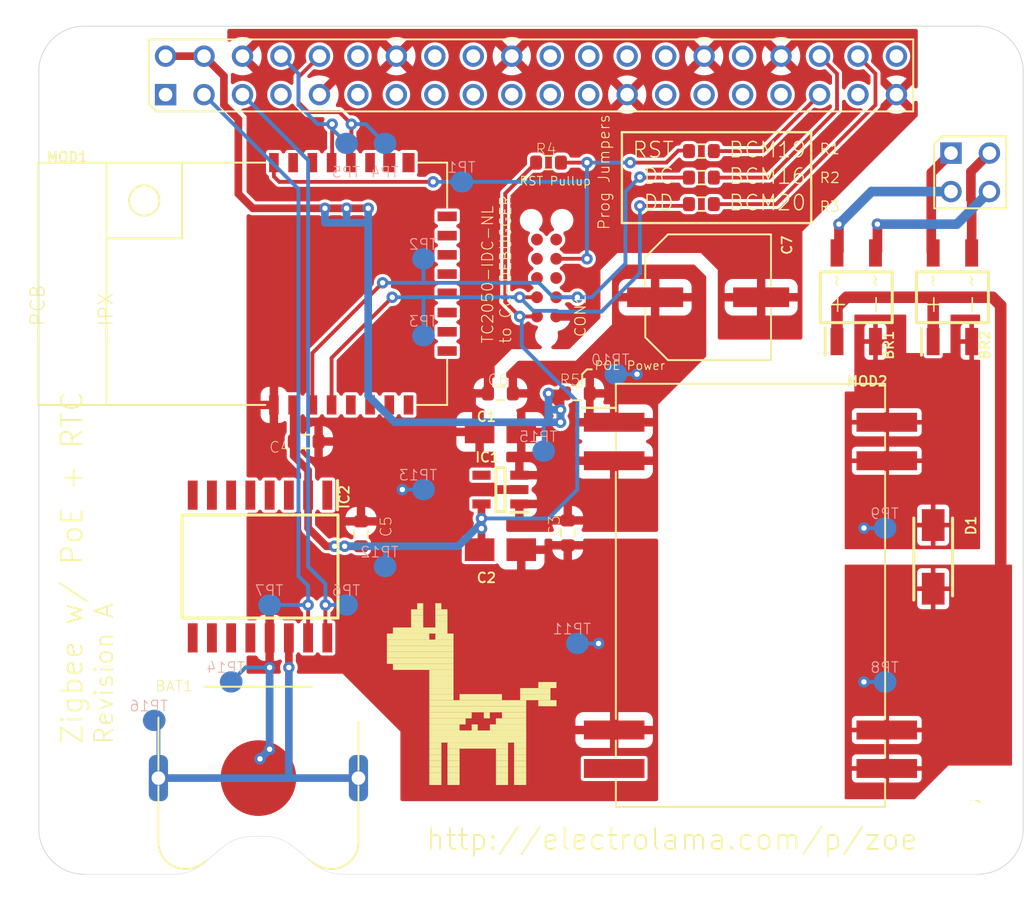
<source format=kicad_pcb>
(kicad_pcb (version 20211014) (generator pcbnew)
  (layers (0 "F.Cu" signal) (31 "B.Cu" signal) (34 "B.Paste" user) (35 "F.Paste" user) (36 "B.SilkS" user "B.Silkscreen") (37 "F.SilkS" user "F.Silkscreen") (38 "B.Mask" user) (39 "F.Mask" user) (44 "Edge.Cuts" user))
  (net 0 "")
  (net 1 "GND")
  (net 2 "VIN+")
  (net 3 "VIN-")
  (net 4 "VB1")
  (net 5 "VB2")
  (net 6 "VA1")
  (net 7 "VA2")
  (net 8 "PI_5V")
  (net 9 "PI_3V3")
  (net 10 "PI_SDA")
  (net 11 "PI_SCL")
  (net 12 "PI_TX")
  (net 13 "PI_RX")
  (net 14 "GP19")
  (net 15 "GP16")
  (net 16 "GP20")
  (net 17 "N$1")
  (net 18 "+VDC")
  (net 19 "VCC")
  (net 20 "CC_RST")
  (net 21 "CC_DC")
  (net 22 "CC_DD")
  (footprint "boardEagle:_PKG_C_0603" (layer "F.Cu") (at 150.9261 110.4611 -90)
    (fp_text reference "C3")
    (fp_text value "")
  )
  (footprint "boardEagle:EBYTE-E18-MS1PA1" (layer "F.Cu") (at 129.4631 94.0146 -90)
    (fp_text reference "MOD1")
    (fp_text value "")
  )
  (footprint "boardEagle:_PKG_C_0603" (layer "F.Cu") (at 159.7511 85.2536)
    (fp_text reference "R1" hide)
    (fp_text value "")
  )
  (footprint "boardEagle:TC2050-IDC-NL" (layer "F.Cu") (at 149.5291 97.4436 90)
    (fp_text reference "CON1")
    (fp_text value "" hide)
  )
  (footprint "boardEagle:_PKG_C_0603" (layer "F.Cu") (at 133.6541 104.4286)
    (fp_text reference "C4")
    (fp_text value "")
  )
  (footprint "boardEagle:SOIC127P1032X265-16N" (layer "F.Cu") (at 130.6061 112.6836 -90)
    (fp_text reference "IC2")
    (fp_text value "DS3231SN#")
  )
  (footprint "boardEagle:SOT95P280X145-5N" (layer "F.Cu") (at 146.4811 107.6036 180)
    (fp_text reference "IC1")
    (fp_text value "LDO-TLV70333DBVR")
  )
  (footprint "boardEagle:_PKG_C_0603" (layer "F.Cu") (at 146.4811 101.2536 180)
    (fp_text reference "C6")
    (fp_text value "")
  )
  (footprint "boardEagle:SILVERTEL_AG9800M" (layer "F.Cu") (at 162.9911 114.5886 -90)
    (fp_text reference "MOD2")
    (fp_text value "")
  )
  (footprint "boardEagle:_PKG_C_0603" (layer "F.Cu") (at 159.7511 87.0036 180)
    (fp_text reference "R2" hide)
    (fp_text value "")
  )
  (footprint "boardEagle:_CAP_ELCO_D8_L10.5" (layer "F.Cu") (at 160.1971 94.9036 180)
    (fp_text reference "C7")
    (fp_text value "")
  )
  (footprint "boardEagle:_PKG_C_0603" (layer "F.Cu") (at 149.6561 86.0136 180)
    (fp_text reference "R4")
    (fp_text value "")
  )
  (footprint "boardEagle:KEYSTONE_3001" (layer "F.Cu") (at 130.5011 126.6536 180)
    (fp_text reference "BAT1")
    (fp_text value "")
  )
  (footprint "boardEagle:RPI-HAT-FULL" (layer "F.Cu") (at 116.0011 133.0036)
    (fp_text reference "MOD3")
    (fp_text value "RPI-HAT-FULL")
  )
  (footprint "boardEagle:SOP254P665X270-4N" (layer "F.Cu") (at 169.9761 94.9036 90)
    (fp_text reference "BR1")
    (fp_text value "DIODE-RECTIFIER-MB6S")
  )
  (footprint "boardEagle:SOP254P665X270-4N" (layer "F.Cu") (at 176.3261 94.9036 90)
    (fp_text reference "BR2")
    (fp_text value "DIODE-RECTIFIER-MB6S")
  )
  (footprint "boardEagle:ELECTROLAMA" (layer "F.Cu") (at 145.0011 122.5511)
    (fp_text reference "U$1" hide)
    (fp_text value "LOGO-ELECTROLAMA" hide)
  )
  (footprint "boardEagle:DIOM5126X250N" (layer "F.Cu") (at 175.0561 112.0486 90)
    (fp_text reference "D1")
    (fp_text value "DIODE-TVS-SMAJ58CA")
  )
  (footprint "boardEagle:_PKG_C_0603" (layer "F.Cu") (at 151.5611 101.2536)
    (fp_text reference "R5")
    (fp_text value "")
  )
  (footprint "boardEagle:_PKG_C_0603" (layer "F.Cu") (at 137.2736 110.5246 90)
    (fp_text reference "C5")
    (fp_text value "")
  )
  (footprint "boardEagle:_CAP_TANT_A_3216-18R" (layer "F.Cu") (at 146.4811 111.57235 180)
    (fp_text reference "C2")
    (fp_text value "")
  )
  (footprint "boardEagle:_PKG_C_0603" (layer "F.Cu") (at 159.7511 88.7536 180)
    (fp_text reference "R3" hide)
    (fp_text value "")
  )
  (footprint "boardEagle:_CAP_TANT_A_3216-18R" (layer "F.Cu") (at 146.4811 103.7936)
    (fp_text reference "C1")
    (fp_text value "")
  )
  (footprint "boardEagle:TP" (layer "B.Cu") (at 149.3386 105.0636 180)
    (fp_text reference "TP15")
    (fp_text value "TP" hide)
  )
  (footprint "boardEagle:TP" (layer "B.Cu") (at 171.8811 110.1436 180)
    (fp_text reference "TP9")
    (fp_text value "TP" hide)
  )
  (footprint "boardEagle:TP" (layer "B.Cu") (at 123.6211 122.8436 180)
    (fp_text reference "TP16")
    (fp_text value "TP" hide)
  )
  (footprint "boardEagle:TP" (layer "B.Cu") (at 138.8611 112.6836 180)
    (fp_text reference "TP12")
    (fp_text value "TP" hide)
  )
  (footprint "boardEagle:TP" (layer "B.Cu") (at 131.2411 115.2236 180)
    (fp_text reference "TP7")
    (fp_text value "TP" hide)
  )
  (footprint "boardEagle:TP" (layer "B.Cu") (at 143.9411 87.2836 180)
    (fp_text reference "TP1")
    (fp_text value "TP" hide)
  )
  (footprint "boardEagle:TP" (layer "B.Cu") (at 151.5611 117.7636 180)
    (fp_text reference "TP11")
    (fp_text value "TP" hide)
  )
  (footprint "boardEagle:TP" (layer "B.Cu") (at 171.8811 120.3036 180)
    (fp_text reference "TP8")
    (fp_text value "TP" hide)
  )
  (footprint "boardEagle:TP" (layer "B.Cu") (at 138.8611 84.7436 180)
    (fp_text reference "TP4")
    (fp_text value "TP" hide)
  )
  (footprint "boardEagle:TP" (layer "B.Cu") (at 141.4011 97.4436 180)
    (fp_text reference "TP3")
    (fp_text value "TP" hide)
  )
  (footprint "boardEagle:TP" (layer "B.Cu") (at 136.3211 84.7436 180)
    (fp_text reference "TP5")
    (fp_text value "TP" hide)
  )
  (footprint "boardEagle:TP" (layer "B.Cu") (at 154.1011 99.9836 180)
    (fp_text reference "TP10")
    (fp_text value "TP" hide)
  )
  (footprint "boardEagle:TP" (layer "B.Cu") (at 128.7011 120.3036 180)
    (fp_text reference "TP14")
    (fp_text value "TP" hide)
  )
  (footprint "boardEagle:TP" (layer "B.Cu") (at 136.3211 115.2236 180)
    (fp_text reference "TP6")
    (fp_text value "TP" hide)
  )
  (footprint "boardEagle:TP" (layer "B.Cu") (at 141.4011 107.6036 180)
    (fp_text reference "TP13")
    (fp_text value "TP" hide)
  )
  (footprint "boardEagle:TP" (layer "B.Cu") (at 141.4011 92.3636 180)
    (fp_text reference "TP2")
    (fp_text value "TP" hide)
  )
  (gr_line (start 151.8786 100.6186) (end 151.8786 99.9836) (layer "F.SilkS") (width 0.127))
  (gr_line (start 154.1011 102.2061) (end 151.8786 102.2061) (layer "F.SilkS") (width 0.1524))
  (gr_line (start 167.0011 90.0036) (end 167.0011 84.0036) (layer "F.SilkS") (width 0.1524))
  (gr_line (start 151.8786 99.9836) (end 152.1961 99.6661) (layer "F.SilkS") (width 0.127))
  (gr_line (start 154.5011 84.0036) (end 154.5011 90.0036) (layer "F.SilkS") (width 0.1524))
  (gr_line (start 167.0011 84.0036) (end 154.5011 84.0036) (layer "F.SilkS") (width 0.1524))
  (gr_line (start 154.5011 90.0036) (end 167.0011 90.0036) (layer "F.SilkS") (width 0.1524))
  (gr_line (start 152.1961 99.6661) (end 152.5136 99.6661) (layer "F.SilkS") (width 0.127))
  (gr_line (start 181.0011 130.0036) (end 181.0011 80.0036) (layer "Edge.Cuts") (width 0.05))
  (gr_arc (start 136.08725 133.0036) (mid 135.065974 132.824416) (end 134.166696 132.308266) (layer "Edge.Cuts") (width 0.0254))
  (gr_line (start 178.0011 77.0036) (end 119.0011 77.0036) (layer "Edge.Cuts") (width 0.05))
  (gr_arc (start 116.0011 80.0036) (mid 116.87978 77.88228) (end 119.0011 77.0036) (layer "Edge.Cuts") (width 0.05))
  (gr_arc (start 126.835503 132.308266) (mid 125.936226 132.824416) (end 124.91495 133.003601) (layer "Edge.Cuts") (width 0.0254))
  (gr_line (start 178.0011 133.0036) (end 136.08725 133.0036) (layer "Edge.Cuts") (width 0.0254))
  (gr_line (start 116.0011 80.0036) (end 116.0011 130.0036) (layer "Edge.Cuts") (width 0.05))
  (gr_line (start 130.91495 130.5036) (end 130.08725 130.5036) (layer "Edge.Cuts") (width 0.0254))
  (gr_arc (start 130.91495 130.503599) (mid 131.936226 130.682785) (end 132.835503 131.198938) (layer "Edge.Cuts") (width 0.0254))
  (gr_arc (start 181.0011 130.0036) (mid 180.12242 132.12492) (end 178.0011 133.0036) (layer "Edge.Cuts") (width 0.05))
  (gr_arc (start 119.0011 133.0036) (mid 116.87978 132.12492) (end 116.0011 130.0036) (layer "Edge.Cuts") (width 0.05))
  (gr_line (start 134.166696 132.308266) (end 132.835503 131.198938) (layer "Edge.Cuts") (width 0.0254))
  (gr_arc (start 128.166696 131.198937) (mid 129.065974 130.682785) (end 130.08725 130.5036) (layer "Edge.Cuts") (width 0.0254))
  (gr_line (start 128.166696 131.198938) (end 126.835503 132.308266) (layer "Edge.Cuts") (width 0.0254))
  (gr_line (start 124.91495 133.0036) (end 119.0011 133.0036) (layer "Edge.Cuts") (width 0.0254))
  (gr_arc (start 178.0011 77.0036) (mid 180.12242 77.88228) (end 181.0011 80.0036) (layer "Edge.Cuts") (width 0.05))
  (gr_text "DD" (at 158.0011 89.2536) (layer "F.SilkS") (effects (font (size 1.012 1.012) (thickness 0.088)) (justify right bottom)))
  (gr_text "TC2050-IDC-NL\nto CC-DEBUGGER" (at 147.2511 98.0036 90) (layer "F.SilkS") (effects (font (size 0.736 0.736) (thickness 0.064)) (justify left bottom)))
  (gr_text "BCM16" (at 161.5011 87.5036) (layer "F.SilkS") (effects (font (size 1.012 1.012) (thickness 0.088)) (justify left bottom)))
  (gr_text "http://electrolama.com/p/zoe" (at 141.5011 131.5036) (layer "F.SilkS") (effects (font (size 1.38 1.38) (thickness 0.12)) (justify left bottom)))
  (gr_text "Revision A" (at 121.0011 124.5036 90) (layer "F.SilkS") (effects (font (size 1.196 1.196) (thickness 0.104)) (justify left bottom)))
  (gr_text "R1" (at 167.5111 85.5136) (layer "F.SilkS") (effects (font (size 0.6858 0.6858) (thickness 0.0762)) (justify left bottom)))
  (gr_text "Zigbee w/ PoE + RTC" (at 119.0011 124.5036 90) (layer "F.SilkS") (effects (font (size 1.38 1.38) (thickness 0.12)) (justify left bottom)))
  (gr_text "Prog Jumpers" (at 153.7511 90.5036 90) (layer "F.SilkS") (effects (font (size 0.736 0.736) (thickness 0.064)) (justify left bottom)))
  (gr_text "RST" (at 158.0011 85.7536) (layer "F.SilkS") (effects (font (size 1.012 1.012) (thickness 0.088)) (justify right bottom)))
  (gr_text "DC" (at 158.0011 87.5036) (layer "F.SilkS") (effects (font (size 1.012 1.012) (thickness 0.088)) (justify right bottom)))
  (gr_text "BCM19" (at 161.5011 85.7536) (layer "F.SilkS") (effects (font (size 1.012 1.012) (thickness 0.088)) (justify left bottom)))
  (gr_text "BCM20" (at 161.5011 89.2536) (layer "F.SilkS") (effects (font (size 1.012 1.012) (thickness 0.088)) (justify left bottom)))
  (gr_text "RST Pullup" (at 147.7061 87.5686) (layer "F.SilkS") (effects (font (size 0.5715 0.5715) (thickness 0.0635)) (justify left bottom)))
  (gr_text "R2" (at 167.5111 87.4186) (layer "F.SilkS") (effects (font (size 0.6858 0.6858) (thickness 0.0762)) (justify left bottom)))
  (gr_text "R3" (at 167.5111 89.3236) (layer "F.SilkS") (effects (font (size 0.6858 0.6858) (thickness 0.0762)) (justify left bottom)))
  (gr_text "POE Power" (at 152.6591 99.7479) (layer "F.SilkS") (effects (font (size 0.5715 0.5715) (thickness 0.0635)) (justify left bottom)))
  (segment (start 145.6611 101.2536) (end 144.8936 101.2536) (width 0.254) (layer "F.Cu") (net 1))
  (segment (start 150.1641 96.1736) (end 150.9261 96.1736) (width 0.508) (layer "F.Cu") (net 1))
  (segment (start 130.6061 125.3836) (end 130.6061 126.5486) (width 0.508) (layer "F.Cu") (net 1))
  (segment (start 130.6061 125.3836) (end 131.2411 124.7486) (width 0.508) (layer "F.Cu") (net 1))
  (segment (start 130.5011 125.4886) (end 130.6061 125.3836) (width 0.508) (layer "F.Cu") (net 1))
  (segment (start 144.73485 103.42235) (end 145.1061 103.7936) (width 0.254) (layer "F.Cu") (net 1))
  (segment (start 131.2411 117.3956) (end 131.2411 119.3511) (width 0.508) (layer "F.Cu") (net 1))
  (segment (start 130.6061 126.5486) (end 130.5011 126.6536) (width 0.508) (layer "F.Cu") (net 1))
  (segment (start 150.9261 96.1736) (end 150.9261 96.01485) (width 0.508) (layer "F.Cu") (net 1))
  (segment (start 147.7311 107.6036) (end 145.2111 107.6036) (width 0.5842) (layer "F.Cu") (net 1))
  (segment (start 130.5011 126.6536) (end 130.5011 125.4886) (width 0.508) (layer "F.Cu") (net 1))
  (segment (start 144.73485 101.09485) (end 144.73485 103.42235) (width 0.254) (layer "F.Cu") (net 1))
  (segment (start 144.8936 101.2536) (end 144.73485 101.09485) (width 0.254) (layer "F.Cu") (net 1))
  (via (at 130.6061 125.3836) (size 0.7564) (drill 0.35) (layers "F.Cu" "B.Cu") (net 1))
  (via (at 152.9581 117.7636) (size 0.7564) (drill 0.35) (layers "F.Cu" "B.Cu") (net 1))
  (via (at 131.2411 119.3511) (size 0.7564) (drill 0.35) (layers "F.Cu" "B.Cu") (net 1))
  (via (at 131.2411 124.7486) (size 0.7564) (drill 0.35) (layers "F.Cu" "B.Cu") (net 1))
  (via (at 140.0041 107.6036) (size 0.7564) (drill 0.35) (layers "F.Cu" "B.Cu") (net 1))
  (segment (start 141.4011 107.6036) (end 140.0041 107.6036) (width 0.254) (layer "B.Cu") (net 1))
  (segment (start 151.5611 117.7636) (end 152.9581 117.7636) (width 0.254) (layer "B.Cu") (net 1))
  (segment (start 128.7011 120.3036) (end 129.6536 119.3511) (width 0.254) (layer "B.Cu") (net 1))
  (segment (start 131.2411 124.7486) (end 130.6061 125.3836) (width 0.508) (layer "B.Cu") (net 1))
  (segment (start 129.6536 119.3511) (end 131.2411 119.3511) (width 0.254) (layer "B.Cu") (net 1))
  (segment (start 131.2411 119.3511) (end 131.2411 124.7486) (width 0.508) (layer "B.Cu") (net 1))
  (segment (start 175.0561 94.9036) (end 178.9691 94.9036) (width 0.762) (layer "F.Cu") (net 2))
  (segment (start 168.7061 95.5386) (end 169.3411 94.9036) (width 0.762) (layer "F.Cu") (net 2))
  (segment (start 175.0561 97.8286) (end 175.0561 94.9036) (width 0.762) (layer "F.Cu") (net 2))
  (segment (start 169.3411 94.9036) (end 175.0561 94.9036) (width 0.762) (layer "F.Cu") (net 2))
  (segment (start 179.5152 114.257) (end 179.5011 114.2711) (width 0.762) (layer "F.Cu") (net 2))
  (segment (start 168.7061 97.8286) (end 168.7061 95.5386) (width 0.762) (layer "F.Cu") (net 2))
  (segment (start 178.9691 94.9036) (end 179.5152 95.4497) (width 0.762) (layer "F.Cu") (net 2))
  (segment (start 179.5152 95.4497) (end 179.5152 114.257) (width 0.762) (layer "F.Cu") (net 2))
  (via (at 170.4841 120.3036) (size 0.7564) (drill 0.35) (layers "F.Cu" "B.Cu") (net 2))
  (segment (start 171.8811 120.3036) (end 170.4841 120.3036) (width 0.254) (layer "B.Cu") (net 2))
  (via (at 170.4841 110.1436) (size 0.7564) (drill 0.35) (layers "F.Cu" "B.Cu") (net 3))
  (segment (start 171.8811 110.1436) (end 170.4841 110.1436) (width 0.254) (layer "B.Cu") (net 3))
  (segment (start 171.3731 91.8516) (end 171.2461 91.9786) (width 0.635) (layer "F.Cu") (net 4))
  (segment (start 171.3731 90.0776) (end 171.3731 91.8516) (width 0.635) (layer "F.Cu") (net 4))
  (via (at 171.3731 90.0776) (size 0.7564) (drill 0.35) (layers "F.Cu" "B.Cu") (net 4))
  (segment (start 178.77085 87.92495) (end 176.6182 90.0776) (width 0.635) (layer "B.Cu") (net 4))
  (segment (start 176.6182 90.0776) (end 171.3731 90.0776) (width 0.635) (layer "B.Cu") (net 4))
  (segment (start 168.8331 91.8516) (end 168.7061 91.9786) (width 0.635) (layer "F.Cu") (net 5))
  (segment (start 168.8331 90.0776) (end 168.8331 91.8516) (width 0.635) (layer "F.Cu") (net 5))
  (via (at 168.8331 90.0776) (size 0.7564) (drill 0.35) (layers "F.Cu" "B.Cu") (net 5))
  (segment (start 176.23085 87.92495) (end 170.98575 87.92495) (width 0.635) (layer "B.Cu") (net 5))
  (segment (start 170.98575 87.92495) (end 168.8331 90.0776) (width 0.635) (layer "B.Cu") (net 5))
  (segment (start 177.54615 86.60965) (end 178.77085 85.38495) (width 0.635) (layer "F.Cu") (net 6))
  (segment (start 177.54615 88.432238) (end 177.54615 86.60965) (width 0.635) (layer "F.Cu") (net 6))
  (segment (start 177.5961 91.9786) (end 177.5961 88.482188) (width 0.635) (layer "F.Cu") (net 6))
  (segment (start 177.5961 88.482188) (end 177.54615 88.432238) (width 0.635) (layer "F.Cu") (net 6))
  (segment (start 176.23085 85.38495) (end 174.9291 86.6867) (width 0.635) (layer "F.Cu") (net 7))
  (segment (start 174.9291 86.6867) (end 174.9291 91.8516) (width 0.635) (layer "F.Cu") (net 7))
  (segment (start 174.9291 91.8516) (end 175.0561 91.9786) (width 0.635) (layer "F.Cu") (net 7))
  (segment (start 149.6561 101.2536) (end 150.44985 102.04735) (width 0.508) (layer "F.Cu") (net 8))
  (segment (start 129.17735 83.1561) (end 129.17735 88.07735) (width 0.508) (layer "F.Cu") (net 8))
  (segment (start 128.22485 82.2036) (end 129.17735 83.1561) (width 0.508) (layer "F.Cu") (net 8))
  (segment (start 130.12985 89.02985) (end 134.89235 89.02985) (width 0.508) (layer "F.Cu") (net 8))
  (segment (start 150.44985 102.04735) (end 150.44985 102.3331) (width 0.508) (layer "F.Cu") (net 8))
  (segment (start 150.44985 101.5711) (end 150.44985 102.3331) (width 0.508) (layer "F.Cu") (net 8))
  (segment (start 126.9104 78.98415) (end 128.22485 80.2986) (width 0.508) (layer "F.Cu") (net 8))
  (segment (start 150.7411 101.2536) (end 150.7411 101.27985) (width 0.508) (layer "F.Cu") (net 8))
  (segment (start 137.74985 89.02985) (end 136.3211 89.02985) (width 0.508) (layer "F.Cu") (net 8))
  (segment (start 150.7411 101.2536) (end 149.6561 101.2536) (width 0.508) (layer "F.Cu") (net 8))
  (segment (start 150.44985 103.1586) (end 150.44985 102.3331) (width 0.508) (layer "F.Cu") (net 8))
  (segment (start 150.7411 101.27985) (end 150.44985 101.5711) (width 0.508) (layer "F.Cu") (net 8))
  (segment (start 129.17735 88.07735) (end 130.12985 89.02985) (width 0.508) (layer "F.Cu") (net 8))
  (segment (start 136.3211 89.02985) (end 134.89235 89.02985) (width 0.508) (layer "F.Cu") (net 8))
  (segment (start 128.22485 80.2986) (end 128.22485 82.2036) (width 0.508) (layer "F.Cu") (net 8))
  (segment (start 124.3704 78.98415) (end 126.9104 78.98415) (width 0.508) (layer "F.Cu") (net 8))
  (via (at 134.89235 89.02985) (size 0.7564) (drill 0.35) (layers "F.Cu" "B.Cu") (net 8))
  (via (at 149.6561 101.2536) (size 0.7564) (drill 0.35) (layers "F.Cu" "B.Cu") (net 8))
  (via (at 137.74985 89.02985) (size 0.7564) (drill 0.35) (layers "F.Cu" "B.Cu") (net 8))
  (via (at 150.44985 102.3331) (size 0.7564) (drill 0.35) (layers "F.Cu" "B.Cu") (net 8))
  (via (at 150.44985 103.1586) (size 0.7564) (drill 0.35) (layers "F.Cu" "B.Cu") (net 8))
  (via (at 136.3211 89.02985) (size 0.7564) (drill 0.35) (layers "F.Cu" "B.Cu") (net 8))
  (segment (start 150.44985 103.1586) (end 150.44985 102.3331) (width 0.508) (layer "B.Cu") (net 8))
  (segment (start 149.6561 102.36485) (end 149.6561 103.1586) (width 0.508) (layer "B.Cu") (net 8))
  (segment (start 139.4961 103.1586) (end 149.3386 103.1586) (width 0.508) (layer "B.Cu") (net 8))
  (segment (start 149.6561 101.2536) (end 149.6561 102.36485) (width 0.508) (layer "B.Cu") (net 8))
  (segment (start 149.3386 105.0636) (end 149.3386 103.1586) (width 0.254) (layer "B.Cu") (net 8))
  (segment (start 134.89235 89.98235) (end 134.89235 89.02985) (width 0.508) (layer "B.Cu") (net 8))
  (segment (start 149.68785 102.3331) (end 150.44985 102.3331) (width 0.508) (layer "B.Cu") (net 8))
  (segment (start 136.3211 89.98235) (end 134.89235 89.98235) (width 0.508) (layer "B.Cu") (net 8))
  (segment (start 137.74985 101.41235) (end 139.4961 103.1586) (width 0.508) (layer "B.Cu") (net 8))
  (segment (start 149.6561 102.36485) (end 149.68785 102.3331) (width 0.508) (layer "B.Cu") (net 8))
  (segment (start 137.74985 89.98235) (end 136.3211 89.98235) (width 0.508) (layer "B.Cu") (net 8))
  (segment (start 137.74985 101.41235) (end 137.74985 89.98235) (width 0.508) (layer "B.Cu") (net 8))
  (segment (start 136.3211 89.02985) (end 136.3211 89.98235) (width 0.508) (layer "B.Cu") (net 8))
  (segment (start 137.74985 89.02985) (end 137.74985 89.98235) (width 0.508) (layer "B.Cu") (net 8))
  (segment (start 149.6561 103.1586) (end 150.44985 103.1586) (width 0.508) (layer "B.Cu") (net 8))
  (segment (start 149.3386 103.1586) (end 149.6561 103.1586) (width 0.508) (layer "B.Cu") (net 8))
  (segment (start 133.7811 117.3956) (end 133.7811 115.2236) (width 0.254) (layer "F.Cu") (net 10))
  (via (at 133.7811 115.2236) (size 0.7564) (drill 0.35) (layers "F.Cu" "B.Cu") (net 10))
  (segment (start 133.1461 87.75985) (end 126.9104 81.52415) (width 0.254) (layer "B.Cu") (net 10))
  (segment (start 133.7811 113.9536) (end 133.1461 113.3186) (width 0.254) (layer "B.Cu") (net 10))
  (segment (start 133.7811 115.2236) (end 133.7811 113.9536) (width 0.254) (layer "B.Cu") (net 10))
  (segment (start 133.1461 113.3186) (end 133.1461 87.75985) (width 0.254) (layer "B.Cu") (net 10))
  (segment (start 131.2411 115.2236) (end 133.7811 115.2236) (width 0.254) (layer "B.Cu") (net 10))
  (segment (start 134.9241 115.2236) (end 134.9241 117.2686) (width 0.254) (layer "F.Cu") (net 11))
  (segment (start 135.0511 117.3956) (end 134.9241 117.2686) (width 0.254) (layer "F.Cu") (net 11))
  (via (at 134.9241 115.2236) (size 0.7564) (drill 0.35) (layers "F.Cu" "B.Cu") (net 11))
  (segment (start 134.9241 113.8266) (end 133.7811 112.6836) (width 0.254) (layer "B.Cu") (net 11))
  (segment (start 133.7811 85.85485) (end 129.4504 81.52415) (width 0.254) (layer "B.Cu") (net 11))
  (segment (start 133.7811 112.6836) (end 133.7811 85.85485) (width 0.254) (layer "B.Cu") (net 11))
  (segment (start 136.3211 115.2236) (end 134.9241 115.2236) (width 0.254) (layer "B.Cu") (net 11))
  (segment (start 134.9241 115.2236) (end 134.9241 113.8266) (width 0.254) (layer "B.Cu") (net 11))
  (segment (start 135.3686 83.4736) (end 135.3686 85.9791) (width 0.254) (layer "F.Cu") (net 12))
  (segment (start 135.3686 85.9791) (end 135.3331 86.0146) (width 0.254) (layer "F.Cu") (net 12))
  (via (at 135.3686 83.4736) (size 0.7564) (drill 0.35) (layers "F.Cu" "B.Cu") (net 12))
  (segment (start 133.1461 82.2036) (end 134.4161 83.4736) (width 0.254) (layer "B.Cu") (net 12))
  (segment (start 135.3686 83.7911) (end 135.3686 83.4736) (width 0.254) (layer "B.Cu") (net 12))
  (segment (start 134.4161 83.4736) (end 135.3686 83.4736) (width 0.254) (layer "B.Cu") (net 12))
  (segment (start 133.1461 80.13985) (end 133.1461 82.2036) (width 0.254) (layer "B.Cu") (net 12))
  (segment (start 136.3211 84.7436) (end 135.3686 83.7911) (width 0.254) (layer "B.Cu") (net 12))
  (segment (start 131.9904 78.98415) (end 133.1461 80.13985) (width 0.254) (layer "B.Cu") (net 12))
  (segment (start 133.7811 82.67985) (end 135.84485 82.67985) (width 0.254) (layer "F.Cu") (net 13))
  (segment (start 135.84485 82.67985) (end 136.6386 83.4736) (width 0.254) (layer "F.Cu") (net 13))
  (segment (start 133.1461 82.04485) (end 133.7811 82.67985) (width 0.254) (layer "F.Cu") (net 13))
  (segment (start 133.1461 80.36845) (end 133.1461 82.04485) (width 0.254) (layer "F.Cu") (net 13))
  (segment (start 136.6386 85.9791) (end 136.6386 83.4736) (width 0.254) (layer "F.Cu") (net 13))
  (segment (start 134.5304 78.98415) (end 133.1461 80.36845) (width 0.254) (layer "F.Cu") (net 13))
  (segment (start 136.6386 85.9791) (end 136.6031 86.0146) (width 0.254) (layer "F.Cu") (net 13))
  (via (at 136.6386 83.4736) (size 0.7564) (drill 0.35) (layers "F.Cu" "B.Cu") (net 13))
  (segment (start 137.5911 83.4736) (end 138.8611 84.7436) (width 0.254) (layer "B.Cu") (net 13))
  (segment (start 136.6386 83.4736) (end 137.5911 83.4736) (width 0.254) (layer "B.Cu") (net 13))
  (segment (start 160.5711 85.2536) (end 163.82095 85.2536) (width 0.254) (layer "F.Cu") (net 14))
  (segment (start 163.82095 85.2536) (end 167.5504 81.52415) (width 0.254) (layer "F.Cu") (net 14))
  (segment (start 168.7061 80.13985) (end 167.5504 78.98415) (width 0.254) (layer "F.Cu") (net 15))
  (segment (start 164.2236 87.0036) (end 168.7061 82.5211) (width 0.254) (layer "F.Cu") (net 15))
  (segment (start 168.7061 82.5211) (end 168.7061 80.13985) (width 0.254) (layer "F.Cu") (net 15))
  (segment (start 160.5711 87.0036) (end 164.2236 87.0036) (width 0.254) (layer "F.Cu") (net 15))
  (segment (start 164.6961 88.7536) (end 171.2461 82.2036) (width 0.254) (layer "F.Cu") (net 16))
  (segment (start 171.2461 82.2036) (end 171.2461 80.13985) (width 0.254) (layer "F.Cu") (net 16))
  (segment (start 160.5711 88.7536) (end 164.6961 88.7536) (width 0.254) (layer "F.Cu") (net 16))
  (segment (start 171.2461 80.13985) (end 170.0904 78.98415) (width 0.254) (layer "F.Cu") (net 16))
  (segment (start 132.5111 117.3956) (end 132.5111 119.3511) (width 0.508) (layer "F.Cu") (net 17))
  (via (at 132.5111 119.3511) (size 0.7564) (drill 0.35) (layers "F.Cu" "B.Cu") (net 17))
  (segment (start 123.8971 126.6536) (end 132.5111 126.6536) (width 0.508) (layer "B.Cu") (net 17))
  (segment (start 123.8971 123.1196) (end 123.6211 122.8436) (width 0.254) (layer "B.Cu") (net 17))
  (segment (start 137.1051 126.6536) (end 132.5111 126.6536) (width 0.508) (layer "B.Cu") (net 17))
  (segment (start 123.8971 126.6536) (end 123.8971 123.1196) (width 0.254) (layer "B.Cu") (net 17))
  (segment (start 132.5111 119.3511) (end 132.5111 126.6536) (width 0.508) (layer "B.Cu") (net 17))
  (segment (start 152.5136 103.4761) (end 153.6736 103.4761) (width 0.508) (layer "F.Cu") (net 18))
  (segment (start 152.1961 103.1586) (end 152.5136 103.4761) (width 0.508) (layer "F.Cu") (net 18))
  (segment (start 152.3811 101.2536) (end 152.3811 102.9736) (width 0.508) (layer "F.Cu") (net 18))
  (segment (start 152.3811 102.9736) (end 152.1961 103.1586) (width 0.508) (layer "F.Cu") (net 18))
  (segment (start 153.6736 103.4761) (end 153.9911 103.1586) (width 0.508) (layer "F.Cu") (net 18))
  (via (at 155.4981 99.9836) (size 0.7564) (drill 0.35) (layers "F.Cu" "B.Cu") (net 18))
  (segment (start 154.1011 99.9836) (end 155.4981 99.9836) (width 0.254) (layer "B.Cu") (net 18))
  (segment (start 132.8341 104.4286) (end 132.8286 104.4231) (width 0.508) (layer "F.Cu") (net 19))
  (segment (start 133.7811 110.1436) (end 133.7811 107.9716) (width 0.508) (layer "F.Cu") (net 19))
  (segment (start 135.52735 111.3446) (end 136.1941 111.3446) (width 0.508) (layer "F.Cu") (net 19))
  (segment (start 133.7811 107.9716) (end 133.7811 106.3336) (width 0.508) (layer "F.Cu") (net 19))
  (segment (start 133.7811 110.1436) (end 134.9821 111.3446) (width 0.508) (layer "F.Cu") (net 19))
  (segment (start 132.8286 102.0501) (end 132.7931 102.0146) (width 0.508) (layer "F.Cu") (net 19))
  (segment (start 132.8286 104.4231) (end 132.8286 102.0501) (width 0.508) (layer "F.Cu") (net 19))
  (segment (start 145.2311 108.5536) (end 145.2311 109.5086) (width 0.508) (layer "F.Cu") (net 19))
  (segment (start 146.7986 95.2211) (end 147.7511 96.1736) (width 0.254) (layer "F.Cu") (net 19))
  (segment (start 133.7811 106.3336) (end 132.8286 105.3811) (width 0.508) (layer "F.Cu") (net 19))
  (segment (start 145.2311 109.5086) (end 145.2311 110.17535) (width 0.508) (layer "F.Cu") (net 19))
  (segment (start 148.8361 86.0136) (end 146.7986 88.0511) (width 0.254) (layer "F.Cu") (net 19))
  (segment (start 134.9821 111.3446) (end 135.52735 111.3446) (width 0.508) (layer "F.Cu") (net 19))
  (segment (start 145.2311 110.17535) (end 145.2311 111.44735) (width 0.508) (layer "F.Cu") (net 19))
  (segment (start 137.2736 111.3446) (end 136.1941 111.3446) (width 0.508) (layer "F.Cu") (net 19))
  (segment (start 146.7986 88.0511) (end 146.7986 95.2211) (width 0.254) (layer "F.Cu") (net 19))
  (segment (start 145.2311 111.44735) (end 145.1061 111.57235) (width 0.508) (layer "F.Cu") (net 19))
  (segment (start 148.8941 96.1736) (end 147.7511 96.1736) (width 0.254) (layer "F.Cu") (net 19))
  (segment (start 132.8286 105.3811) (end 132.8286 104.4231) (width 0.508) (layer "F.Cu") (net 19))
  (via (at 147.7511 96.1736) (size 0.7564) (drill 0.35) (layers "F.Cu" "B.Cu") (net 19))
  (via (at 145.2311 110.17535) (size 0.7564) (drill 0.35) (layers "F.Cu" "B.Cu") (net 19))
  (via (at 136.1941 111.3446) (size 0.7564) (drill 0.35) (layers "F.Cu" "B.Cu") (net 19))
  (via (at 135.52735 111.3446) (size 0.7564) (drill 0.35) (layers "F.Cu" "B.Cu") (net 19))
  (via (at 145.2311 109.5086) (size 0.7564) (drill 0.35) (layers "F.Cu" "B.Cu") (net 19))
  (segment (start 151.5611 101.799157) (end 151.5611 107.6036) (width 0.254) (layer "B.Cu") (net 19))
  (segment (start 138.8611 112.6836) (end 138.8611 111.3446) (width 0.254) (layer "B.Cu") (net 19))
  (segment (start 147.7511 96.1736) (end 147.8861 96.3086) (width 0.254) (layer "B.Cu") (net 19))
  (segment (start 151.5611 107.6036) (end 149.6561 109.5086) (width 0.254) (layer "B.Cu") (net 19))
  (segment (start 135.52735 111.3446) (end 138.8611 111.3446) (width 0.508) (layer "B.Cu") (net 19))
  (segment (start 147.8861 98.124157) (end 151.5611 101.799157) (width 0.254) (layer "B.Cu") (net 19))
  (segment (start 145.2311 109.8061) (end 145.2311 109.5086) (width 0.508) (layer "B.Cu") (net 19))
  (segment (start 138.8611 111.3446) (end 143.6926 111.3446) (width 0.508) (layer "B.Cu") (net 19))
  (segment (start 147.8861 96.3086) (end 147.8861 98.124157) (width 0.254) (layer "B.Cu") (net 19))
  (segment (start 149.6561 109.5086) (end 145.2311 109.5086) (width 0.254) (layer "B.Cu") (net 19))
  (segment (start 143.6926 111.3446) (end 145.2311 109.8061) (width 0.508) (layer "B.Cu") (net 19))
  (segment (start 157.43485 86.0136) (end 158.2286 85.21985) (width 0.254) (layer "F.Cu") (net 20))
  (segment (start 131.5231 86.9306) (end 131.8761 87.2836) (width 0.254) (layer "F.Cu") (net 20))
  (segment (start 131.8761 87.2836) (end 142.0361 87.2836) (width 0.254) (layer "F.Cu") (net 20))
  (segment (start 152.1961 92.3636) (end 150.1641 92.3636) (width 0.254) (layer "F.Cu") (net 20))
  (segment (start 155.0536 86.0136) (end 157.43485 86.0136) (width 0.254) (layer "F.Cu") (net 20))
  (segment (start 131.5231 86.0146) (end 131.5231 86.9306) (width 0.254) (layer "F.Cu") (net 20))
  (segment (start 158.2286 85.21985) (end 158.89735 85.21985) (width 0.254) (layer "F.Cu") (net 20))
  (segment (start 152.1961 86.0136) (end 150.4761 86.0136) (width 0.254) (layer "F.Cu") (net 20))
  (segment (start 158.89735 85.21985) (end 158.9311 85.2536) (width 0.254) (layer "F.Cu") (net 20))
  (via (at 155.0536 86.0136) (size 0.7564) (drill 0.35) (layers "F.Cu" "B.Cu") (net 20))
  (via (at 152.1961 92.3636) (size 0.7564) (drill 0.35) (layers "F.Cu" "B.Cu") (net 20))
  (via (at 142.0361 87.2836) (size 0.7564) (drill 0.35) (layers "F.Cu" "B.Cu") (net 20))
  (via (at 152.1961 86.0136) (size 0.7564) (drill 0.35) (layers "F.Cu" "B.Cu") (net 20))
  (segment (start 152.1881 87.2836) (end 152.1961 87.2836) (width 0.254) (layer "B.Cu") (net 20))
  (segment (start 142.0361 87.2836) (end 143.9411 87.2836) (width 0.254) (layer "B.Cu") (net 20))
  (segment (start 152.1961 92.3636) (end 152.1881 92.3556) (width 0.254) (layer "B.Cu") (net 20))
  (segment (start 152.1881 87.2836) (end 152.1881 92.3556) (width 0.254) (layer "B.Cu") (net 20))
  (segment (start 143.9411 87.2836) (end 152.1881 87.2836) (width 0.254) (layer "B.Cu") (net 20))
  (segment (start 155.0536 86.0136) (end 152.1961 86.0136) (width 0.254) (layer "B.Cu") (net 20))
  (segment (start 152.1961 86.0136) (end 152.1961 87.2836) (width 0.254) (layer "B.Cu") (net 20))
  (segment (start 155.7261 87.0036) (end 155.6886 86.9661) (width 0.254) (layer "F.Cu") (net 21))
  (segment (start 134.0631 98.59035) (end 134.0631 102.0146) (width 0.254) (layer "F.Cu") (net 21))
  (segment (start 158.9311 87.0036) (end 155.7261 87.0036) (width 0.254) (layer "F.Cu") (net 21))
  (segment (start 150.1641 94.9036) (end 151.5611 94.9036) (width 0.254) (layer "F.Cu") (net 21))
  (segment (start 138.70235 93.9511) (end 134.0631 98.59035) (width 0.254) (layer "F.Cu") (net 21))
  (via (at 151.5611 94.9036) (size 0.7564) (drill 0.35) (layers "F.Cu" "B.Cu") (net 21))
  (via (at 155.6886 86.9661) (size 0.7564) (drill 0.35) (layers "F.Cu" "B.Cu") (net 21))
  (via (at 138.70235 93.9511) (size 0.7564) (drill 0.35) (layers "F.Cu" "B.Cu") (net 21))
  (segment (start 152.5136 94.9036) (end 154.7361 92.6811) (width 0.254) (layer "B.Cu") (net 21))
  (segment (start 141.4011 92.3636) (end 141.4011 93.9511) (width 0.254) (layer "B.Cu") (net 21))
  (segment (start 154.7361 87.9186) (end 155.6886 86.9661) (width 0.254) (layer "B.Cu") (net 21))
  (segment (start 151.5611 94.9036) (end 152.5136 94.9036) (width 0.254) (layer "B.Cu") (net 21))
  (segment (start 149.9736 94.9036) (end 149.0211 93.9511) (width 0.254) (layer "B.Cu") (net 21))
  (segment (start 154.7361 92.6811) (end 154.7361 87.9186) (width 0.254) (layer "B.Cu") (net 21))
  (segment (start 141.4011 93.9511) (end 138.70235 93.9511) (width 0.254) (layer "B.Cu") (net 21))
  (segment (start 149.0211 93.9511) (end 141.4011 93.9511) (width 0.254) (layer "B.Cu") (net 21))
  (segment (start 151.5611 94.9036) (end 149.9736 94.9036) (width 0.254) (layer "B.Cu") (net 21))
  (segment (start 158.8136 88.8711) (end 155.6886 88.8711) (width 0.254) (layer "F.Cu") (net 22))
  (segment (start 148.8941 94.9036) (end 147.7511 94.9036) (width 0.254) (layer "F.Cu") (net 22))
  (segment (start 139.33735 94.9036) (end 135.3331 98.90785) (width 0.254) (layer "F.Cu") (net 22))
  (segment (start 135.3331 98.90785) (end 135.3331 102.0146) (width 0.254) (layer "F.Cu") (net 22))
  (segment (start 158.9311 88.7536) (end 158.8136 88.8711) (width 0.254) (layer "F.Cu") (net 22))
  (via (at 139.33735 94.9036) (size 0.7564) (drill 0.35) (layers "F.Cu" "B.Cu") (net 22))
  (via (at 155.6886 88.8711) (size 0.7564) (drill 0.35) (layers "F.Cu" "B.Cu") (net 22))
  (via (at 147.7511 94.9036) (size 0.7564) (drill 0.35) (layers "F.Cu" "B.Cu") (net 22))
  (segment (start 148.6481 95.8006) (end 147.7511 94.9036) (width 0.254) (layer "B.Cu") (net 22))
  (segment (start 153.1486 95.8561) (end 150.265156 95.8561) (width 0.254) (layer "B.Cu") (net 22))
  (segment (start 141.4011 94.9036) (end 139.33735 94.9036) (width 0.254) (layer "B.Cu") (net 22))
  (segment (start 155.6886 88.8711) (end 155.6886 93.3161) (width 0.254) (layer "B.Cu") (net 22))
  (segment (start 141.4011 97.4436) (end 141.4011 94.9036) (width 0.254) (layer "B.Cu") (net 22))
  (segment (start 150.209656 95.8006) (end 148.6481 95.8006) (width 0.254) (layer "B.Cu") (net 22))
  (segment (start 150.265156 95.8561) (end 150.209656 95.8006) (width 0.254) (layer "B.Cu") (net 22))
  (segment (start 147.7511 94.9036) (end 141.4011 94.9036) (width 0.254) (layer "B.Cu") (net 22))
  (segment (start 155.6886 93.3161) (end 153.1486 95.8561) (width 0.254) (layer "B.Cu") (net 22))
  (zone (net 3) (net_name "VIN-") (layer "F.Cu") (priority 6) (connect_pads (clearance 0.000001)) (min_thickness 0.127) (fill yes (thermal_gap 0.304) (thermal_bridge_width 0.304))
    (polygon (pts (xy 173.2781 98.5866) (xy 176.1991 98.5866) (xy 176.1991 96.0466) (xy 178.1549 96.0466) (xy 178.1549 111.5406) (xy 169.2141 111.5406) (xy 169.2141 101.1266) (xy 169.8491 101.1266) (xy 169.8491 96.0466) (xy 173.2781 96.0466)))
  )
  (zone (net 1) (net_name "GND") (layer "F.Cu") (priority 6) (connect_pads (clearance 0.000001)) (min_thickness 0.254) (fill yes (thermal_gap 0.558) (thermal_bridge_width 0.558))
    (polygon (pts (xy 174.0401 82.94381) (xy 166.4201 90.56381) (xy 166.4201 97.6976) (xy 160.8321 97.6976) (xy 160.8321 93.10381) (xy 159.71089 91.9826) (xy 154.20631 91.9826) (xy 153.0851 93.10381) (xy 153.0851 96.27881) (xy 151.03131 98.3326) (xy 147.22131 98.3326) (xy 146.1001 99.45381) (xy 146.1001 110.03839) (xy 146.90381 110.8421) (xy 156.8951 110.8421) (xy 156.8951 128.1776) (xy 139.8771 128.1776) (xy 139.8771 123.58381) (xy 136.05714 119.76385) (xy 129.7171 119.76385) (xy 129.7171 82.94381) (xy 128.4471 81.67381) (xy 128.4471 77.1871) (xy 174.0401 77.1871)))
  )
  (zone (net 2) (net_name "VIN+") (layer "F.Cu") (priority 6) (connect_pads (clearance 0.000001)) (min_thickness 0.127) (fill yes (thermal_gap 0.304) (thermal_bridge_width 0.304))
    (polygon (pts (xy 180.2631 125.8281) (xy 176.061206 125.8281) (xy 173.838705 128.0506) (xy 169.2141 128.0506) (xy 169.2141 112.5566) (xy 180.2631 112.5566)))
  )
  (zone (net 18) (net_name "+VDC") (layer "F.Cu") (priority 6) (connect_pads (clearance 0.000001)) (min_thickness 0.254) (fill yes (thermal_gap 0.558) (thermal_bridge_width 0.558))
    (polygon (pts (xy 160.0701 93.52839) (xy 160.0701 98.81881) (xy 156.8951 101.99381) (xy 156.8951 110.3976) (xy 146.8621 110.3976) (xy 146.8621 99.87839) (xy 147.64589 99.0946) (xy 151.45589 99.0946) (xy 153.8471 96.70339) (xy 153.8471 93.52839) (xy 154.63089 92.7446) (xy 159.28631 92.7446)))
  )
)
</source>
